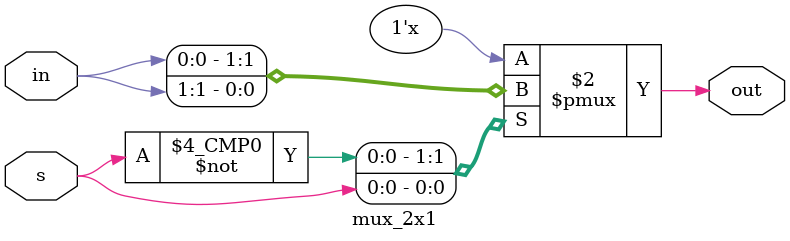
<source format=sv>
`timescale 1ns/1ps
module mux_8x1(s,in,out);
  output out;
  input [7:0]in;
  input [2:0] s;
  wire [5:0]k;
  mux_2x1 m0(s[0],in[1:0],k[0]);
  mux_2x1 m1(s[0],in[3:2],k[1]);
  mux_2x1 m2(s[0],in[5:4],k[2]);
  mux_2x1 m3(s[0],in[7:6],k[3]);
mux_2x1 m4(s[1], {k[1],k[0]}, k[4]);
mux_2x1 m5(s[1], {k[3],k[2]}, k[5]);
mux_2x1 m6(s[2], {k[5],k[4]}, out);
endmodule



module mux_2x1(s,in,out);
  input s;
  input[1:0] in;
  output reg out;
  always @(*)
  casex(s)
    1'b0:begin out=in[0]; end
    1'b1:begin out=in[1];end
    default:out=1'bx;
  endcase
endmodule
</source>
